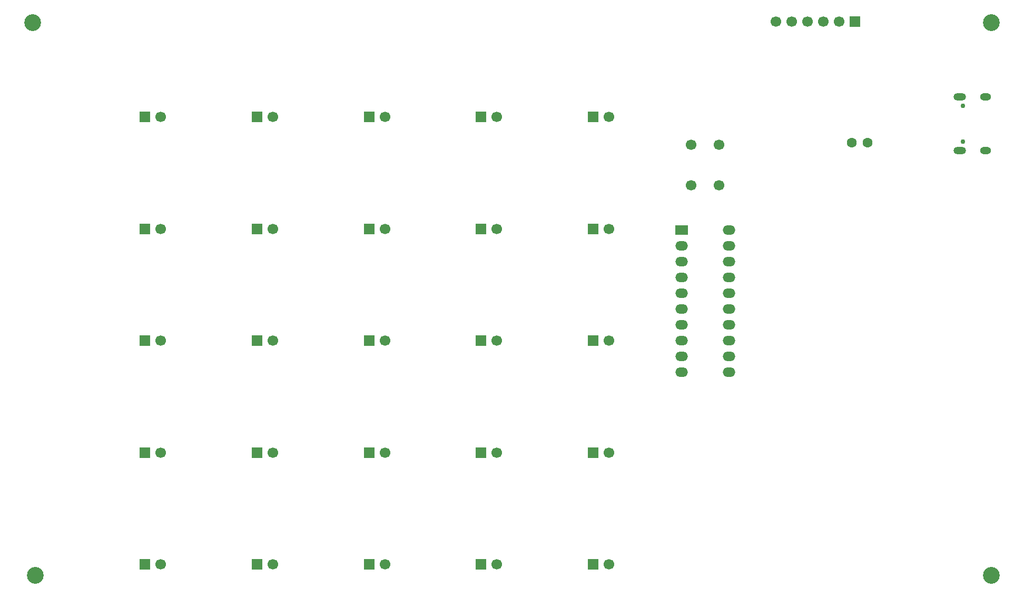
<source format=gbs>
G04 #@! TF.GenerationSoftware,KiCad,Pcbnew,9.0.4*
G04 #@! TF.CreationDate,2025-10-26T21:25:07+02:00*
G04 #@! TF.ProjectId,ResumeCard,52657375-6d65-4436-9172-642e6b696361,rev?*
G04 #@! TF.SameCoordinates,Original*
G04 #@! TF.FileFunction,Soldermask,Bot*
G04 #@! TF.FilePolarity,Negative*
%FSLAX46Y46*%
G04 Gerber Fmt 4.6, Leading zero omitted, Abs format (unit mm)*
G04 Created by KiCad (PCBNEW 9.0.4) date 2025-10-26 21:25:07*
%MOMM*%
%LPD*%
G01*
G04 APERTURE LIST*
%ADD10R,1.700000X1.700000*%
%ADD11C,1.700000*%
%ADD12R,2.000000X1.500000*%
%ADD13O,2.000000X1.500000*%
%ADD14O,2.000000X1.520000*%
%ADD15C,0.750000*%
%ADD16O,2.000000X1.200000*%
%ADD17O,1.800000X1.200000*%
%ADD18C,2.700000*%
%ADD19C,1.600000*%
G04 APERTURE END LIST*
D10*
G04 #@! TO.C,SW16*
X21250000Y25300000D03*
D11*
X23790000Y25300000D03*
G04 #@! TD*
D10*
G04 #@! TO.C,SW17*
X39250000Y25300000D03*
D11*
X41790000Y25300000D03*
G04 #@! TD*
D10*
G04 #@! TO.C,SW12*
X39250000Y43300000D03*
D11*
X41790000Y43300000D03*
G04 #@! TD*
D10*
G04 #@! TO.C,SW6*
X21250000Y61300000D03*
D11*
X23790000Y61300000D03*
G04 #@! TD*
D10*
G04 #@! TO.C,SW2*
X39250000Y79300000D03*
D11*
X41790000Y79300000D03*
G04 #@! TD*
D10*
G04 #@! TO.C,SW11*
X21250000Y43300000D03*
D11*
X23790000Y43300000D03*
G04 #@! TD*
D12*
G04 #@! TO.C,U1*
X107515000Y61090000D03*
D13*
X107515000Y58550000D03*
X107515000Y56010000D03*
X107515000Y53470000D03*
X107515000Y50930000D03*
X107515000Y48390000D03*
X107515000Y45850000D03*
X107515000Y43310000D03*
X107515000Y40770000D03*
D14*
X107515000Y38230000D03*
X115135000Y38230000D03*
X115135000Y40770000D03*
X115135000Y43310000D03*
X115135000Y45850000D03*
X115135000Y48390000D03*
X115135000Y50930000D03*
X115135000Y53470000D03*
X115135000Y56010000D03*
X115135000Y58550000D03*
X115135000Y61090000D03*
G04 #@! TD*
D10*
G04 #@! TO.C,SW19*
X75250000Y25300000D03*
D11*
X77790000Y25300000D03*
G04 #@! TD*
D10*
G04 #@! TO.C,SW21*
X21250000Y7300000D03*
D11*
X23790000Y7300000D03*
G04 #@! TD*
D15*
G04 #@! TO.C,J1*
X152700000Y75300000D03*
X152700000Y81100000D03*
D16*
X152200000Y82530000D03*
D17*
X156380000Y82530000D03*
X156380000Y73870000D03*
D16*
X152200000Y73870000D03*
G04 #@! TD*
D10*
G04 #@! TO.C,SW5*
X93250000Y79300000D03*
D11*
X95790000Y79300000D03*
G04 #@! TD*
G04 #@! TO.C,SW26*
X113525000Y74800000D03*
X113525000Y68300000D03*
X109025000Y74800000D03*
X109025000Y68300000D03*
G04 #@! TD*
D10*
G04 #@! TO.C,SW1*
X21250000Y79300000D03*
D11*
X23790000Y79300000D03*
G04 #@! TD*
D18*
G04 #@! TO.C,MH4*
X157240000Y5550000D03*
G04 #@! TD*
D10*
G04 #@! TO.C,SW23*
X57250000Y7300000D03*
D11*
X59790000Y7300000D03*
G04 #@! TD*
D10*
G04 #@! TO.C,J2*
X135350000Y94600000D03*
D11*
X132810000Y94600000D03*
X130270000Y94600000D03*
X127730000Y94600000D03*
X125190000Y94600000D03*
X122650000Y94600000D03*
G04 #@! TD*
D10*
G04 #@! TO.C,SW8*
X57250000Y61300000D03*
D11*
X59790000Y61300000D03*
G04 #@! TD*
D18*
G04 #@! TO.C,MH1*
X3200000Y94450000D03*
G04 #@! TD*
D10*
G04 #@! TO.C,SW4*
X75250000Y79300000D03*
D11*
X77790000Y79300000D03*
G04 #@! TD*
D18*
G04 #@! TO.C,MH2*
X3570000Y5550000D03*
G04 #@! TD*
D10*
G04 #@! TO.C,SW7*
X39250000Y61300000D03*
D11*
X41790000Y61300000D03*
G04 #@! TD*
D19*
G04 #@! TO.C,C27*
X137395000Y75115000D03*
X134855000Y75115000D03*
G04 #@! TD*
D10*
G04 #@! TO.C,SW13*
X57250000Y43300000D03*
D11*
X59790000Y43300000D03*
G04 #@! TD*
D10*
G04 #@! TO.C,SW18*
X57250000Y25300000D03*
D11*
X59790000Y25300000D03*
G04 #@! TD*
D10*
G04 #@! TO.C,SW22*
X39250000Y7300000D03*
D11*
X41790000Y7300000D03*
G04 #@! TD*
D18*
G04 #@! TO.C,MH3*
X157240000Y94450000D03*
G04 #@! TD*
D10*
G04 #@! TO.C,SW3*
X57250000Y79300000D03*
D11*
X59790000Y79300000D03*
G04 #@! TD*
D10*
G04 #@! TO.C,SW20*
X93250000Y25300000D03*
D11*
X95790000Y25300000D03*
G04 #@! TD*
D10*
G04 #@! TO.C,SW14*
X75250000Y43300000D03*
D11*
X77790000Y43300000D03*
G04 #@! TD*
D10*
G04 #@! TO.C,SW25*
X93250000Y7300000D03*
D11*
X95790000Y7300000D03*
G04 #@! TD*
D10*
G04 #@! TO.C,SW9*
X75250000Y61300000D03*
D11*
X77790000Y61300000D03*
G04 #@! TD*
D10*
G04 #@! TO.C,SW24*
X75250000Y7300000D03*
D11*
X77790000Y7300000D03*
G04 #@! TD*
D10*
G04 #@! TO.C,SW10*
X93250000Y61300000D03*
D11*
X95790000Y61300000D03*
G04 #@! TD*
D10*
G04 #@! TO.C,SW15*
X93250000Y43300000D03*
D11*
X95790000Y43300000D03*
G04 #@! TD*
M02*

</source>
